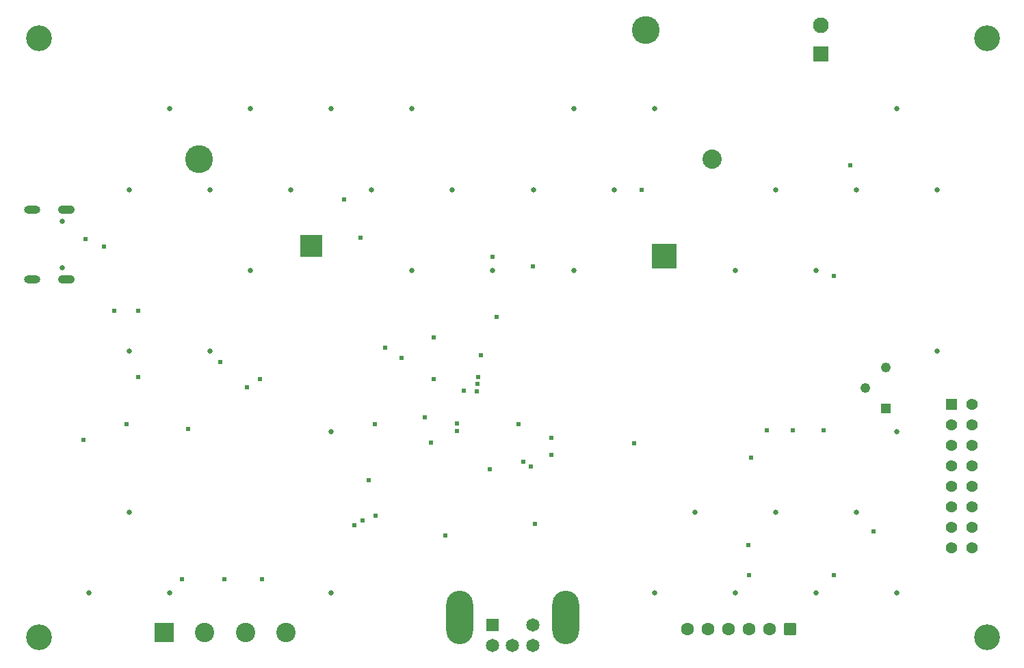
<source format=gbr>
%TF.GenerationSoftware,Altium Limited,Altium Designer,22.7.1 (60)*%
G04 Layer_Color=16711935*
%FSLAX43Y43*%
%MOMM*%
%TF.SameCoordinates,9F5AA4AF-AB1A-42FA-95B2-595A31CD3D24*%
%TF.FilePolarity,Negative*%
%TF.FileFunction,Soldermask,Bot*%
%TF.Part,Single*%
G01*
G75*
%TA.AperFunction,SMDPad,CuDef*%
%ADD32R,2.800X2.800*%
%ADD37R,3.100X3.100*%
%TA.AperFunction,ComponentPad*%
%ADD43O,2.000X1.000*%
%ADD44O,2.100X1.050*%
%ADD45C,0.650*%
%ADD46C,1.650*%
%ADD47R,1.650X1.650*%
%ADD48O,3.316X6.632*%
%ADD49C,3.450*%
%ADD50C,2.388*%
%ADD51C,1.600*%
G04:AMPARAMS|DCode=52|XSize=1.6mm|YSize=1.6mm|CornerRadius=0.32mm|HoleSize=0mm|Usage=FLASHONLY|Rotation=180.000|XOffset=0mm|YOffset=0mm|HoleType=Round|Shape=RoundedRectangle|*
%AMROUNDEDRECTD52*
21,1,1.600,0.960,0,0,180.0*
21,1,0.960,1.600,0,0,180.0*
1,1,0.640,-0.480,0.480*
1,1,0.640,0.480,0.480*
1,1,0.640,0.480,-0.480*
1,1,0.640,-0.480,-0.480*
%
%ADD52ROUNDEDRECTD52*%
%ADD53R,1.425X1.425*%
%ADD54C,1.425*%
%ADD55C,1.950*%
%ADD56R,1.950X1.950*%
%TA.AperFunction,ViaPad*%
%ADD57C,3.200*%
%TA.AperFunction,ComponentPad*%
%ADD58C,1.222*%
%ADD59R,1.222X1.222*%
%ADD60C,2.400*%
%ADD61R,2.400X2.400*%
%TA.AperFunction,ViaPad*%
%ADD62C,0.610*%
%ADD63C,0.650*%
%ADD64C,0.750*%
D32*
X37566Y53013D02*
D03*
D37*
X81251Y51732D02*
D03*
D43*
X3020Y57530D02*
D03*
Y48890D02*
D03*
D44*
X7200Y57530D02*
D03*
Y48890D02*
D03*
D45*
X6700Y50320D02*
D03*
Y56100D02*
D03*
D46*
X59930Y3491D02*
D03*
X64930D02*
D03*
X62430D02*
D03*
X64930Y5991D02*
D03*
D47*
X59930D02*
D03*
D48*
X55880Y6991D02*
D03*
X68980D02*
D03*
D49*
X23653Y63780D02*
D03*
X78898Y79782D02*
D03*
D50*
X87128Y63780D02*
D03*
D51*
X89160Y5500D02*
D03*
X94240D02*
D03*
X91700D02*
D03*
X86620D02*
D03*
X84080D02*
D03*
D52*
X96780D02*
D03*
D53*
X116767Y33364D02*
D03*
D54*
X119307D02*
D03*
X116767Y30824D02*
D03*
X119307D02*
D03*
X116767Y28284D02*
D03*
X119307D02*
D03*
X116767Y25744D02*
D03*
X119307D02*
D03*
X116767Y23204D02*
D03*
X119307D02*
D03*
X116767Y20664D02*
D03*
X119307D02*
D03*
X116767Y18124D02*
D03*
X119307D02*
D03*
X116767Y15584D02*
D03*
X119307D02*
D03*
D55*
X100622Y80334D02*
D03*
D56*
Y76834D02*
D03*
D57*
X121158Y4510D02*
D03*
X121179Y78740D02*
D03*
X3810D02*
D03*
Y4510D02*
D03*
D58*
X108639Y37936D02*
D03*
X106099Y35396D02*
D03*
D59*
X108639Y32856D02*
D03*
D60*
X34358Y5086D02*
D03*
X29358D02*
D03*
X24358D02*
D03*
D61*
X19358D02*
D03*
D62*
X64930Y50465D02*
D03*
X102200Y12200D02*
D03*
X31400Y11700D02*
D03*
X63800Y26300D02*
D03*
X59600Y25300D02*
D03*
X51600Y31800D02*
D03*
X52700Y36500D02*
D03*
X55585Y30985D02*
D03*
X55600Y30092D02*
D03*
X44664Y24016D02*
D03*
X67200Y27150D02*
D03*
X64742Y25676D02*
D03*
X65200Y18600D02*
D03*
X58200Y36800D02*
D03*
X54154Y17100D02*
D03*
X60500Y44200D02*
D03*
X56400Y35100D02*
D03*
X41630Y58763D02*
D03*
X100900Y30200D02*
D03*
X97100D02*
D03*
X67200Y29200D02*
D03*
X77500Y28546D02*
D03*
X107100Y17637D02*
D03*
X93900Y30200D02*
D03*
X92000Y26800D02*
D03*
X91600Y15900D02*
D03*
X91700Y12200D02*
D03*
X45478Y19590D02*
D03*
X26300Y38600D02*
D03*
X16104Y36751D02*
D03*
X58081Y35892D02*
D03*
X102200Y49300D02*
D03*
X63190Y30890D02*
D03*
X14623Y30957D02*
D03*
X42821Y18417D02*
D03*
X43900Y19000D02*
D03*
X52300Y28600D02*
D03*
X58500Y39500D02*
D03*
X59990Y51655D02*
D03*
X21500Y11690D02*
D03*
X57990Y34990D02*
D03*
X26790Y11690D02*
D03*
X45400Y30900D02*
D03*
X104208Y62992D02*
D03*
X29600Y35500D02*
D03*
X46638Y40370D02*
D03*
X48700Y39100D02*
D03*
X31200Y36500D02*
D03*
X52700Y41700D02*
D03*
X9626Y53854D02*
D03*
X9372Y28962D02*
D03*
X22284Y30307D02*
D03*
X13182Y44989D02*
D03*
X16104D02*
D03*
X11912Y52910D02*
D03*
X43662Y54040D02*
D03*
X78460Y59950D02*
D03*
D63*
X100000Y10000D02*
D03*
X110000Y70000D02*
D03*
X115000Y60000D02*
D03*
Y40000D02*
D03*
X110000Y30000D02*
D03*
Y10000D02*
D03*
X105000Y60000D02*
D03*
X100000Y50000D02*
D03*
X105000Y20000D02*
D03*
X95000Y60000D02*
D03*
X90000Y50000D02*
D03*
X95000Y20000D02*
D03*
X90000Y10000D02*
D03*
X80000Y70000D02*
D03*
X85000Y20000D02*
D03*
X80000Y10000D02*
D03*
X70000Y70000D02*
D03*
X75000Y60000D02*
D03*
X70000Y50000D02*
D03*
X65000Y60000D02*
D03*
X60000Y50000D02*
D03*
X50000Y70000D02*
D03*
X55000Y60000D02*
D03*
X50000Y50000D02*
D03*
X40000Y70000D02*
D03*
X45000Y60000D02*
D03*
X40000Y30000D02*
D03*
Y10000D02*
D03*
X30000Y70000D02*
D03*
X35000Y60000D02*
D03*
X30000Y50000D02*
D03*
X20000Y70000D02*
D03*
X25000Y60000D02*
D03*
Y40000D02*
D03*
X20000Y10000D02*
D03*
X15000Y60000D02*
D03*
Y40000D02*
D03*
Y20000D02*
D03*
X10000Y10000D02*
D03*
D64*
X37566Y53013D02*
D03*
X36677Y53902D02*
D03*
X38455Y52124D02*
D03*
Y53902D02*
D03*
X36677Y52124D02*
D03*
X82251Y50732D02*
D03*
X81251D02*
D03*
X82251Y51732D02*
D03*
X81251D02*
D03*
X82251Y52732D02*
D03*
X81251D02*
D03*
X80251Y50732D02*
D03*
Y51732D02*
D03*
Y52732D02*
D03*
%TF.MD5,5253d8c1911e9023c7a8eb900b68188b*%
M02*

</source>
